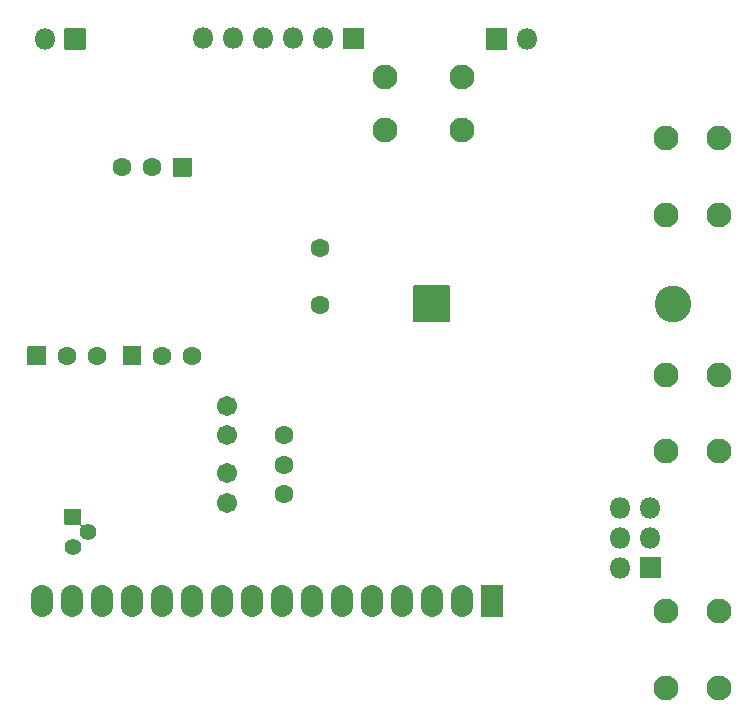
<source format=gbr>
G04 #@! TF.GenerationSoftware,KiCad,Pcbnew,5.1.7-a382d34a8~87~ubuntu20.04.1*
G04 #@! TF.CreationDate,2020-11-09T08:25:25+01:00*
G04 #@! TF.ProjectId,OpenerV1.1_Board,4f70656e-6572-4563-912e-315f426f6172,rev?*
G04 #@! TF.SameCoordinates,Original*
G04 #@! TF.FileFunction,Soldermask,Bot*
G04 #@! TF.FilePolarity,Negative*
%FSLAX46Y46*%
G04 Gerber Fmt 4.6, Leading zero omitted, Abs format (unit mm)*
G04 Created by KiCad (PCBNEW 5.1.7-a382d34a8~87~ubuntu20.04.1) date 2020-11-09 08:25:25*
%MOMM*%
%LPD*%
G01*
G04 APERTURE LIST*
%ADD10O,1.802000X1.802000*%
%ADD11O,1.902000X2.702000*%
%ADD12C,3.102000*%
%ADD13C,1.602000*%
%ADD14C,2.102000*%
%ADD15C,1.402000*%
%ADD16C,1.702000*%
%ADD17C,0.100000*%
G04 APERTURE END LIST*
D10*
X119634000Y-43942000D03*
X122174000Y-43942000D03*
X124714000Y-43942000D03*
X127254000Y-43942000D03*
X129794000Y-43942000D03*
G36*
G01*
X131484000Y-43041000D02*
X133184000Y-43041000D01*
G75*
G02*
X133235000Y-43092000I0J-51000D01*
G01*
X133235000Y-44792000D01*
G75*
G02*
X133184000Y-44843000I-51000J0D01*
G01*
X131484000Y-44843000D01*
G75*
G02*
X131433000Y-44792000I0J51000D01*
G01*
X131433000Y-43092000D01*
G75*
G02*
X131484000Y-43041000I51000J0D01*
G01*
G37*
D11*
X105981500Y-91567000D03*
X108521500Y-91567000D03*
X111061500Y-91567000D03*
X113601500Y-91567000D03*
X116141500Y-91567000D03*
X118681500Y-91567000D03*
X121221500Y-91567000D03*
X123761500Y-91567000D03*
X126301500Y-91567000D03*
X128841500Y-91567000D03*
X131381500Y-91567000D03*
X133921500Y-91567000D03*
X136461500Y-91567000D03*
X139001500Y-91567000D03*
X141541500Y-91567000D03*
G36*
G01*
X145032500Y-90267000D02*
X145032500Y-92867000D01*
G75*
G02*
X144981500Y-92918000I-51000J0D01*
G01*
X143181500Y-92918000D01*
G75*
G02*
X143130500Y-92867000I0J51000D01*
G01*
X143130500Y-90267000D01*
G75*
G02*
X143181500Y-90216000I51000J0D01*
G01*
X144981500Y-90216000D01*
G75*
G02*
X145032500Y-90267000I0J-51000D01*
G01*
G37*
D10*
X154940000Y-83693000D03*
X157480000Y-83693000D03*
X154940000Y-86233000D03*
X157480000Y-86233000D03*
X154940000Y-88773000D03*
G36*
G01*
X158381000Y-87923000D02*
X158381000Y-89623000D01*
G75*
G02*
X158330000Y-89674000I-51000J0D01*
G01*
X156630000Y-89674000D01*
G75*
G02*
X156579000Y-89623000I0J51000D01*
G01*
X156579000Y-87923000D01*
G75*
G02*
X156630000Y-87872000I51000J0D01*
G01*
X158330000Y-87872000D01*
G75*
G02*
X158381000Y-87923000I0J-51000D01*
G01*
G37*
G36*
G01*
X137387000Y-67921000D02*
X137387000Y-64921000D01*
G75*
G02*
X137438000Y-64870000I51000J0D01*
G01*
X140438000Y-64870000D01*
G75*
G02*
X140489000Y-64921000I0J-51000D01*
G01*
X140489000Y-67921000D01*
G75*
G02*
X140438000Y-67972000I-51000J0D01*
G01*
X137438000Y-67972000D01*
G75*
G02*
X137387000Y-67921000I0J51000D01*
G01*
G37*
D12*
X159428000Y-66421000D03*
D13*
X129476500Y-66558500D03*
X129476500Y-61658500D03*
X126492000Y-77550000D03*
X126492000Y-80050000D03*
X126492000Y-82550000D03*
D14*
X158826500Y-52407500D03*
X163326500Y-52407500D03*
X158826500Y-58907500D03*
X163326500Y-58907500D03*
X158826500Y-72407500D03*
X163326500Y-72407500D03*
X158826500Y-78907500D03*
X163326500Y-78907500D03*
X158826500Y-92407500D03*
X163326500Y-92407500D03*
X158826500Y-98907500D03*
X163326500Y-98907500D03*
X135041500Y-51689000D03*
X135041500Y-47189000D03*
X141541500Y-51689000D03*
X141541500Y-47189000D03*
G36*
G01*
X118657000Y-54114000D02*
X118657000Y-55614000D01*
G75*
G02*
X118606000Y-55665000I-51000J0D01*
G01*
X117106000Y-55665000D01*
G75*
G02*
X117055000Y-55614000I0J51000D01*
G01*
X117055000Y-54114000D01*
G75*
G02*
X117106000Y-54063000I51000J0D01*
G01*
X118606000Y-54063000D01*
G75*
G02*
X118657000Y-54114000I0J-51000D01*
G01*
G37*
D13*
X112776000Y-54864000D03*
X115316000Y-54864000D03*
G36*
G01*
X112800500Y-71552500D02*
X112800500Y-70052500D01*
G75*
G02*
X112851500Y-70001500I51000J0D01*
G01*
X114351500Y-70001500D01*
G75*
G02*
X114402500Y-70052500I0J-51000D01*
G01*
X114402500Y-71552500D01*
G75*
G02*
X114351500Y-71603500I-51000J0D01*
G01*
X112851500Y-71603500D01*
G75*
G02*
X112800500Y-71552500I0J51000D01*
G01*
G37*
X118681500Y-70802500D03*
X116141500Y-70802500D03*
G36*
G01*
X104736000Y-71552500D02*
X104736000Y-70052500D01*
G75*
G02*
X104787000Y-70001500I51000J0D01*
G01*
X106287000Y-70001500D01*
G75*
G02*
X106338000Y-70052500I0J-51000D01*
G01*
X106338000Y-71552500D01*
G75*
G02*
X106287000Y-71603500I-51000J0D01*
G01*
X104787000Y-71603500D01*
G75*
G02*
X104736000Y-71552500I0J51000D01*
G01*
G37*
X110617000Y-70802500D03*
X108077000Y-70802500D03*
G36*
G01*
X107935000Y-83754000D02*
X109235000Y-83754000D01*
G75*
G02*
X109286000Y-83805000I0J-51000D01*
G01*
X109286000Y-85105000D01*
G75*
G02*
X109235000Y-85156000I-51000J0D01*
G01*
X107935000Y-85156000D01*
G75*
G02*
X107884000Y-85105000I0J51000D01*
G01*
X107884000Y-83805000D01*
G75*
G02*
X107935000Y-83754000I51000J0D01*
G01*
G37*
D15*
X108585000Y-86995000D03*
X109855000Y-85725000D03*
D10*
X147002500Y-44000000D03*
G36*
G01*
X145312500Y-44901000D02*
X143612500Y-44901000D01*
G75*
G02*
X143561500Y-44850000I0J51000D01*
G01*
X143561500Y-43150000D01*
G75*
G02*
X143612500Y-43099000I51000J0D01*
G01*
X145312500Y-43099000D01*
G75*
G02*
X145363500Y-43150000I0J-51000D01*
G01*
X145363500Y-44850000D01*
G75*
G02*
X145312500Y-44901000I-51000J0D01*
G01*
G37*
X106235500Y-44000000D03*
G36*
G01*
X107925500Y-43099000D02*
X109625500Y-43099000D01*
G75*
G02*
X109676500Y-43150000I0J-51000D01*
G01*
X109676500Y-44850000D01*
G75*
G02*
X109625500Y-44901000I-51000J0D01*
G01*
X107925500Y-44901000D01*
G75*
G02*
X107874500Y-44850000I0J51000D01*
G01*
X107874500Y-43150000D01*
G75*
G02*
X107925500Y-43099000I51000J0D01*
G01*
G37*
D16*
X121602500Y-83248500D03*
X121602500Y-80748500D03*
X121602500Y-75033500D03*
X121602500Y-77533500D03*
D17*
G36*
X109287990Y-85032839D02*
G01*
X109290372Y-85057026D01*
X109297372Y-85080101D01*
X109308737Y-85101365D01*
X109324032Y-85120002D01*
X109342669Y-85135297D01*
X109363933Y-85146662D01*
X109387008Y-85153662D01*
X109410999Y-85156025D01*
X109434990Y-85153662D01*
X109458065Y-85146662D01*
X109474088Y-85138098D01*
X109476087Y-85138164D01*
X109477030Y-85139927D01*
X109476142Y-85141525D01*
X109411564Y-85184674D01*
X109314674Y-85281564D01*
X109271525Y-85346142D01*
X109269731Y-85347027D01*
X109268068Y-85345916D01*
X109268098Y-85344088D01*
X109276662Y-85328065D01*
X109283662Y-85304990D01*
X109286025Y-85280999D01*
X109283662Y-85257007D01*
X109276662Y-85233933D01*
X109265297Y-85212669D01*
X109250001Y-85194032D01*
X109231364Y-85178737D01*
X109210101Y-85167372D01*
X109187026Y-85160372D01*
X109162839Y-85157990D01*
X109161213Y-85156825D01*
X109161409Y-85154835D01*
X109163035Y-85154000D01*
X109284000Y-85154000D01*
X109284000Y-85033035D01*
X109285000Y-85031303D01*
X109287000Y-85031303D01*
X109287990Y-85032839D01*
G37*
M02*

</source>
